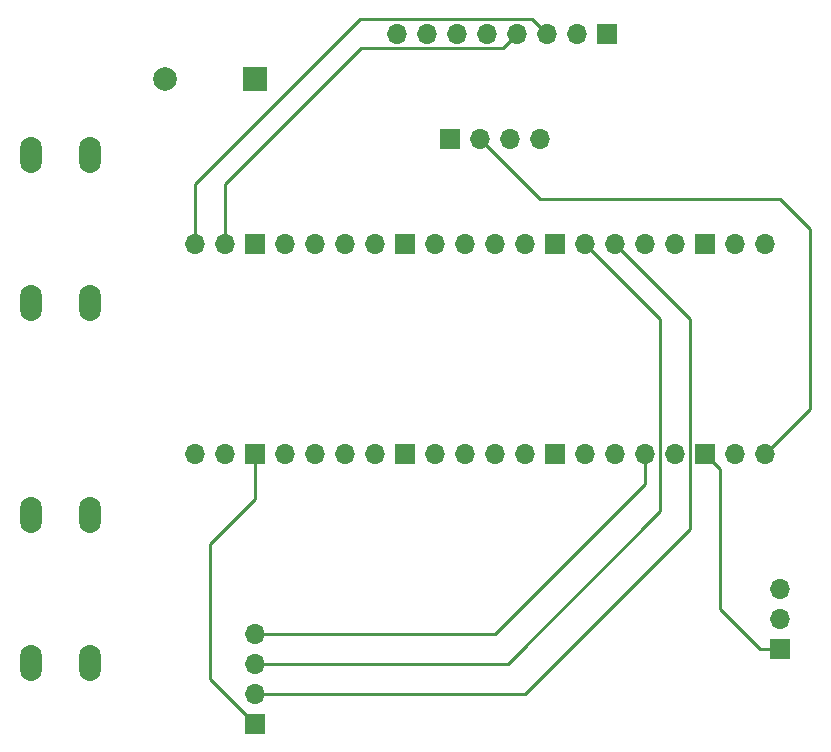
<source format=gbr>
%TF.GenerationSoftware,KiCad,Pcbnew,(6.0.11)*%
%TF.CreationDate,2024-03-14T23:03:51+01:00*%
%TF.ProjectId,circuit,63697263-7569-4742-9e6b-696361645f70,rev?*%
%TF.SameCoordinates,Original*%
%TF.FileFunction,Copper,L2,Bot*%
%TF.FilePolarity,Positive*%
%FSLAX46Y46*%
G04 Gerber Fmt 4.6, Leading zero omitted, Abs format (unit mm)*
G04 Created by KiCad (PCBNEW (6.0.11)) date 2024-03-14 23:03:51*
%MOMM*%
%LPD*%
G01*
G04 APERTURE LIST*
%TA.AperFunction,ComponentPad*%
%ADD10R,2.000000X2.000000*%
%TD*%
%TA.AperFunction,ComponentPad*%
%ADD11C,2.000000*%
%TD*%
%TA.AperFunction,ComponentPad*%
%ADD12O,1.850000X3.048000*%
%TD*%
%TA.AperFunction,ComponentPad*%
%ADD13O,1.700000X1.700000*%
%TD*%
%TA.AperFunction,ComponentPad*%
%ADD14R,1.700000X1.700000*%
%TD*%
%TA.AperFunction,Conductor*%
%ADD15C,0.250000*%
%TD*%
G04 APERTURE END LIST*
D10*
%TO.P,J6,1,Pin_1*%
%TO.N,BUZZ*%
X100320000Y-55880000D03*
D11*
%TO.P,J6,2,Pin_2*%
%TO.N,GND*%
X92720000Y-55880000D03*
%TD*%
D12*
%TO.P,J5,1,Pin_1*%
%TO.N,GND*%
X86320000Y-74840000D03*
X86320000Y-62340000D03*
%TO.P,J5,2,Pin_2*%
%TO.N,BUT1*%
X81320000Y-62340000D03*
X81320000Y-74840000D03*
%TD*%
D13*
%TO.P,U0,1,GPIO0*%
%TO.N,unconnected-(U0-Pad1)*%
X143510000Y-69850000D03*
%TO.P,U0,2,GPIO1*%
%TO.N,unconnected-(U0-Pad2)*%
X140970000Y-69850000D03*
D14*
%TO.P,U0,3,GND*%
%TO.N,GND*%
X138430000Y-69850000D03*
D13*
%TO.P,U0,4,GPIO2*%
%TO.N,unconnected-(U0-Pad4)*%
X135890000Y-69850000D03*
%TO.P,U0,5,GPIO3*%
%TO.N,unconnected-(U0-Pad5)*%
X133350000Y-69850000D03*
%TO.P,U0,6,GPIO4*%
%TO.N,TX*%
X130810000Y-69850000D03*
%TO.P,U0,7,GPIO5*%
%TO.N,RX*%
X128270000Y-69850000D03*
D14*
%TO.P,U0,8,GND*%
%TO.N,GND*%
X125730000Y-69850000D03*
D13*
%TO.P,U0,9,GPIO6*%
%TO.N,unconnected-(U0-Pad9)*%
X123190000Y-69850000D03*
%TO.P,U0,10,GPIO7*%
%TO.N,unconnected-(U0-Pad10)*%
X120650000Y-69850000D03*
%TO.P,U0,11,GPIO8*%
%TO.N,SDA_DIS*%
X118110000Y-69850000D03*
%TO.P,U0,12,GPIO9*%
%TO.N,SCL_DIS*%
X115570000Y-69850000D03*
D14*
%TO.P,U0,13,GND*%
%TO.N,GND*%
X113030000Y-69850000D03*
D13*
%TO.P,U0,14,GPIO10*%
%TO.N,unconnected-(U0-Pad14)*%
X110490000Y-69850000D03*
%TO.P,U0,15,GPIO11*%
%TO.N,unconnected-(U0-Pad15)*%
X107950000Y-69850000D03*
%TO.P,U0,16,GPIO12*%
%TO.N,unconnected-(U0-Pad16)*%
X105410000Y-69850000D03*
%TO.P,U0,17,GPIO13*%
%TO.N,unconnected-(U0-Pad17)*%
X102870000Y-69850000D03*
D14*
%TO.P,U0,18,GND*%
%TO.N,GND*%
X100330000Y-69850000D03*
D13*
%TO.P,U0,19,GPIO14*%
%TO.N,SDA_ACC*%
X97790000Y-69850000D03*
%TO.P,U0,20,GPIO15*%
%TO.N,SCL_ACC*%
X95250000Y-69850000D03*
%TO.P,U0,21,GPIO16*%
%TO.N,unconnected-(U0-Pad21)*%
X95250000Y-87630000D03*
%TO.P,U0,22,GPIO17*%
%TO.N,unconnected-(U0-Pad22)*%
X97790000Y-87630000D03*
D14*
%TO.P,U0,23,GND*%
%TO.N,GND*%
X100330000Y-87630000D03*
D13*
%TO.P,U0,24,GPIO18*%
%TO.N,BUT1*%
X102870000Y-87630000D03*
%TO.P,U0,25,GPIO19*%
%TO.N,BUT2*%
X105410000Y-87630000D03*
%TO.P,U0,26,GPIO20*%
%TO.N,BUZZ*%
X107950000Y-87630000D03*
%TO.P,U0,27,GPIO21*%
%TO.N,LED*%
X110490000Y-87630000D03*
D14*
%TO.P,U0,28,GND*%
%TO.N,GND*%
X113030000Y-87630000D03*
D13*
%TO.P,U0,29,GPIO22*%
%TO.N,unconnected-(U0-Pad29)*%
X115570000Y-87630000D03*
%TO.P,U0,30,RUN*%
%TO.N,unconnected-(U0-Pad30)*%
X118110000Y-87630000D03*
%TO.P,U0,31,GPIO26_ADC0*%
%TO.N,unconnected-(U0-Pad31)*%
X120650000Y-87630000D03*
%TO.P,U0,32,GPIO27_ADC1*%
%TO.N,unconnected-(U0-Pad32)*%
X123190000Y-87630000D03*
D14*
%TO.P,U0,33,AGND*%
%TO.N,unconnected-(U0-Pad33)*%
X125730000Y-87630000D03*
D13*
%TO.P,U0,34,GPIO28_ADC2*%
%TO.N,unconnected-(U0-Pad34)*%
X128270000Y-87630000D03*
%TO.P,U0,35,ADC_VREF*%
%TO.N,unconnected-(U0-Pad35)*%
X130810000Y-87630000D03*
%TO.P,U0,36,3V3*%
%TO.N,3.3V*%
X133350000Y-87630000D03*
%TO.P,U0,37,3V3_EN*%
%TO.N,unconnected-(U0-Pad37)*%
X135890000Y-87630000D03*
D14*
%TO.P,U0,38,GND*%
%TO.N,GND*%
X138430000Y-87630000D03*
D13*
%TO.P,U0,39,VSYS*%
%TO.N,unconnected-(U0-Pad39)*%
X140970000Y-87630000D03*
%TO.P,U0,40,VBUS*%
%TO.N,5V*%
X143510000Y-87630000D03*
%TD*%
D12*
%TO.P,J4,1,Pin_1*%
%TO.N,GND*%
X81320000Y-92800000D03*
X81320000Y-105300000D03*
%TO.P,J4,2,Pin_2*%
%TO.N,BUT2*%
X86320000Y-105300000D03*
X86320000Y-92800000D03*
%TD*%
D14*
%TO.P,J3,1,Pin_1*%
%TO.N,GND*%
X144780000Y-104140000D03*
D13*
%TO.P,J3,2,Pin_2*%
%TO.N,LED*%
X144780000Y-101600000D03*
%TO.P,J3,3,Pin_3*%
%TO.N,5V*%
X144780000Y-99060000D03*
%TD*%
D14*
%TO.P,J0,1,Pin_1*%
%TO.N,GND*%
X116840000Y-60960000D03*
D13*
%TO.P,J0,2,Pin_2*%
%TO.N,5V*%
X119380000Y-60960000D03*
%TO.P,J0,3,Pin_3*%
%TO.N,SCL_DIS*%
X121920000Y-60960000D03*
%TO.P,J0,4,Pin_4*%
%TO.N,SDA_DIS*%
X124460000Y-60960000D03*
%TD*%
D14*
%TO.P,J2,1,Pin_1*%
%TO.N,5V*%
X130130000Y-52087500D03*
D13*
%TO.P,J2,2,Pin_2*%
%TO.N,GND*%
X127590000Y-52087500D03*
%TO.P,J2,3,Pin_3*%
%TO.N,SCL_ACC*%
X125050000Y-52087500D03*
%TO.P,J2,4,Pin_4*%
%TO.N,SDA_ACC*%
X122510000Y-52087500D03*
%TO.P,J2,5*%
%TO.N,N/C*%
X119970000Y-52087500D03*
%TO.P,J2,6*%
X117430000Y-52087500D03*
%TO.P,J2,7*%
X114890000Y-52087500D03*
%TO.P,J2,8*%
X112350000Y-52087500D03*
%TD*%
D14*
%TO.P,J1,1,Pin_1*%
%TO.N,GND*%
X100330000Y-110490000D03*
D13*
%TO.P,J1,2,Pin_2*%
%TO.N,TX*%
X100330000Y-107950000D03*
%TO.P,J1,3,Pin_3*%
%TO.N,RX*%
X100330000Y-105410000D03*
%TO.P,J1,4,Pin_4*%
%TO.N,3.3V*%
X100330000Y-102870000D03*
%TD*%
D15*
%TO.N,GND*%
X100330000Y-91440000D02*
X100330000Y-87630000D01*
X96520000Y-95250000D02*
X100330000Y-91440000D01*
X96520000Y-106680000D02*
X96520000Y-95250000D01*
X100330000Y-110490000D02*
X96520000Y-106680000D01*
%TO.N,3.3V*%
X133350000Y-90170000D02*
X133350000Y-87630000D01*
X120650000Y-102870000D02*
X133350000Y-90170000D01*
X100330000Y-102870000D02*
X120650000Y-102870000D01*
%TO.N,RX*%
X134620000Y-92490425D02*
X134620000Y-76200000D01*
X121700425Y-105410000D02*
X134620000Y-92490425D01*
X100330000Y-105410000D02*
X121700425Y-105410000D01*
X134620000Y-76200000D02*
X128270000Y-69850000D01*
%TO.N,TX*%
X123190000Y-107950000D02*
X100330000Y-107950000D01*
X137160000Y-93980000D02*
X123190000Y-107950000D01*
X137160000Y-76200000D02*
X137160000Y-93980000D01*
X130810000Y-69850000D02*
X137160000Y-76200000D01*
%TO.N,SDA_ACC*%
X97790000Y-64770000D02*
X97790000Y-69850000D01*
X109297500Y-53262500D02*
X97790000Y-64770000D01*
X121335000Y-53262500D02*
X109297500Y-53262500D01*
X122510000Y-52087500D02*
X121335000Y-53262500D01*
%TO.N,GND*%
X139700000Y-100785000D02*
X139700000Y-88900000D01*
X144780000Y-104140000D02*
X143055000Y-104140000D01*
X143055000Y-104140000D02*
X139700000Y-100785000D01*
X139700000Y-88900000D02*
X138430000Y-87630000D01*
%TO.N,5V*%
X124460000Y-66040000D02*
X144780000Y-66040000D01*
X119380000Y-60960000D02*
X124460000Y-66040000D01*
X147320000Y-83820000D02*
X143510000Y-87630000D01*
X147320000Y-68580000D02*
X147320000Y-83820000D01*
X144780000Y-66040000D02*
X147320000Y-68580000D01*
%TO.N,SCL_ACC*%
X109220000Y-50800000D02*
X95250000Y-64770000D01*
X123762500Y-50800000D02*
X109220000Y-50800000D01*
X95250000Y-64770000D02*
X95250000Y-69850000D01*
X125050000Y-52087500D02*
X123762500Y-50800000D01*
%TD*%
M02*

</source>
